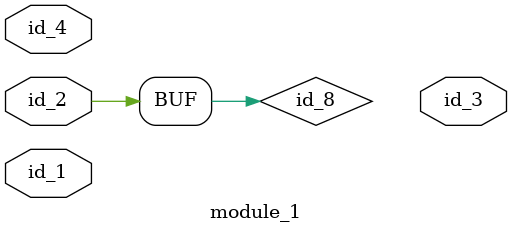
<source format=v>
module module_0 (
    id_1,
    id_2,
    id_3,
    id_4,
    id_5,
    id_6,
    id_7,
    id_8
);
  input wire id_8;
  output wire id_7;
  input wire id_6;
  input wire id_5;
  inout wire id_4;
  output wire id_3;
  output wire id_2;
  output wire id_1;
endmodule
module module_1 (
    id_1,
    id_2,
    id_3,
    id_4
);
  input wire id_4;
  output wire id_3;
  input wire id_2;
  inout wire id_1;
  wire id_5, id_6, id_7, id_8 = id_2, id_9;
  localparam id_10 = 1;
  wire id_11, id_12;
  wire id_13;
  wire id_14;
  module_0 modCall_1 (
      id_8,
      id_11,
      id_6,
      id_9,
      id_5,
      id_9,
      id_6,
      id_14
  );
endmodule

</source>
